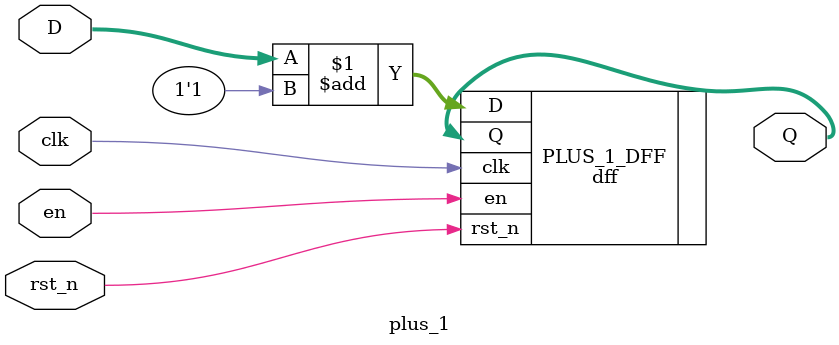
<source format=v>
module plus_1 #(parameter WIDTH = 10)
               (input rst_n,
                input clk,
                input en,
                input [WIDTH - 1:0] D,
                output [WIDTH - 1:0] Q);
    
    reg [9:0] counter_value;
    
    dff #(.WIDTH(WIDTH)) PLUS_1_DFF(
    .clk(clk),
    .rst_n(rst_n),
    .en(en),
    .D(D + 1'b1),
    .Q(Q)
    );
    
    
    
endmodule

</source>
